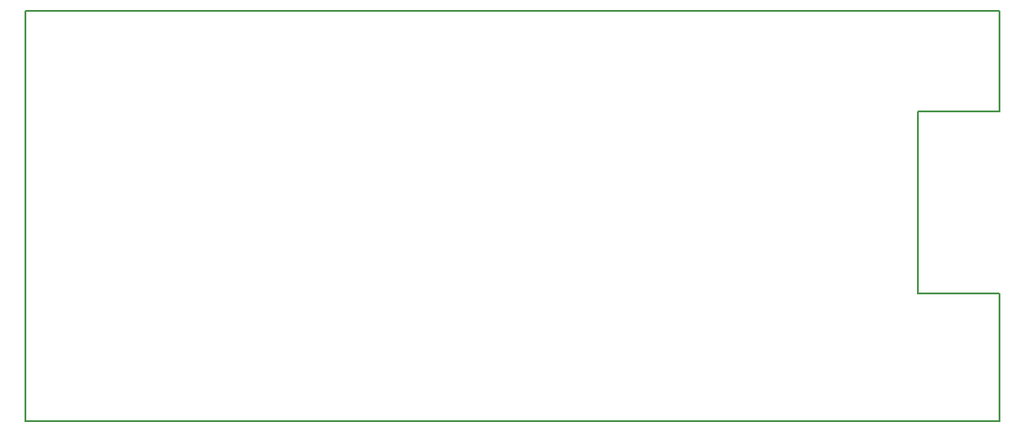
<source format=gbr>
%TF.GenerationSoftware,KiCad,Pcbnew,7.0.5*%
%TF.CreationDate,2023-07-07T02:12:31+07:00*%
%TF.ProjectId,snaaur_v1,736e6161-7572-45f7-9631-2e6b69636164,rev?*%
%TF.SameCoordinates,Original*%
%TF.FileFunction,Profile,NP*%
%FSLAX46Y46*%
G04 Gerber Fmt 4.6, Leading zero omitted, Abs format (unit mm)*
G04 Created by KiCad (PCBNEW 7.0.5) date 2023-07-07 02:12:31*
%MOMM*%
%LPD*%
G01*
G04 APERTURE LIST*
%TA.AperFunction,Profile*%
%ADD10C,0.150000*%
%TD*%
G04 APERTURE END LIST*
D10*
X194564000Y-64008000D02*
X186944000Y-64008000D01*
X186944000Y-81026000D01*
X194564000Y-81026000D01*
X194564000Y-92964000D01*
X103632000Y-92964000D01*
X103632000Y-54610000D01*
X194564000Y-54610000D01*
X194564000Y-64008000D01*
M02*

</source>
